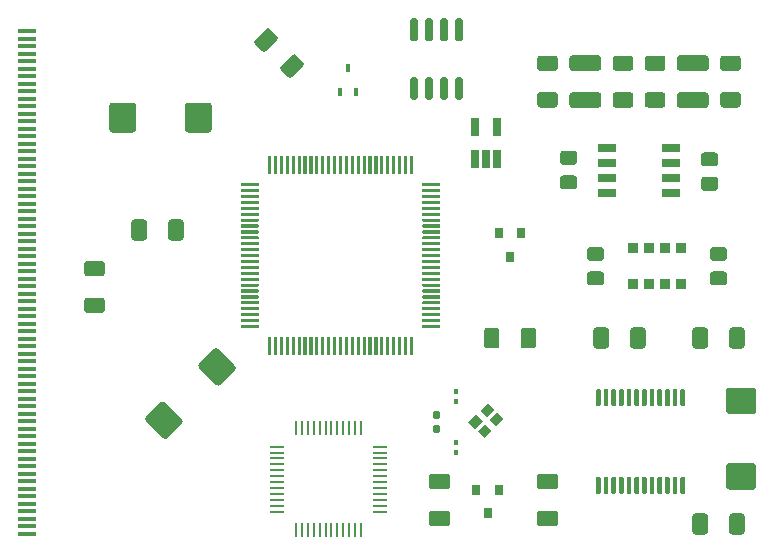
<source format=gbr>
G04 #@! TF.GenerationSoftware,KiCad,Pcbnew,(5.1.10)-1*
G04 #@! TF.CreationDate,2021-11-29T18:47:30+00:00*
G04 #@! TF.ProjectId,pc_card_sound_barker,70635f63-6172-4645-9f73-6f756e645f62,rev?*
G04 #@! TF.SameCoordinates,Original*
G04 #@! TF.FileFunction,Paste,Top*
G04 #@! TF.FilePolarity,Positive*
%FSLAX46Y46*%
G04 Gerber Fmt 4.6, Leading zero omitted, Abs format (unit mm)*
G04 Created by KiCad (PCBNEW (5.1.10)-1) date 2021-11-29 18:47:30*
%MOMM*%
%LPD*%
G01*
G04 APERTURE LIST*
%ADD10R,1.525000X0.700000*%
%ADD11R,0.900000X0.900000*%
%ADD12R,0.650000X1.560000*%
%ADD13R,0.800000X0.900000*%
%ADD14R,0.450000X0.700000*%
%ADD15C,0.100000*%
%ADD16R,1.300000X0.250000*%
%ADD17R,0.250000X1.300000*%
%ADD18R,1.498600X0.304800*%
G04 APERTURE END LIST*
G04 #@! TO.C,U1*
G36*
G01*
X124936900Y-71825000D02*
X124683100Y-71825000D01*
G75*
G02*
X124675000Y-71816900I0J8100D01*
G01*
X124675000Y-70313100D01*
G75*
G02*
X124683100Y-70305000I8100J0D01*
G01*
X124936900Y-70305000D01*
G75*
G02*
X124945000Y-70313100I0J-8100D01*
G01*
X124945000Y-71816900D01*
G75*
G02*
X124936900Y-71825000I-8100J0D01*
G01*
G37*
G36*
G01*
X125436900Y-71825000D02*
X125183100Y-71825000D01*
G75*
G02*
X125175000Y-71816900I0J8100D01*
G01*
X125175000Y-70313100D01*
G75*
G02*
X125183100Y-70305000I8100J0D01*
G01*
X125436900Y-70305000D01*
G75*
G02*
X125445000Y-70313100I0J-8100D01*
G01*
X125445000Y-71816900D01*
G75*
G02*
X125436900Y-71825000I-8100J0D01*
G01*
G37*
G36*
G01*
X125936900Y-71825000D02*
X125683100Y-71825000D01*
G75*
G02*
X125675000Y-71816900I0J8100D01*
G01*
X125675000Y-70313100D01*
G75*
G02*
X125683100Y-70305000I8100J0D01*
G01*
X125936900Y-70305000D01*
G75*
G02*
X125945000Y-70313100I0J-8100D01*
G01*
X125945000Y-71816900D01*
G75*
G02*
X125936900Y-71825000I-8100J0D01*
G01*
G37*
G36*
G01*
X126436900Y-71825000D02*
X126183100Y-71825000D01*
G75*
G02*
X126175000Y-71816900I0J8100D01*
G01*
X126175000Y-70313100D01*
G75*
G02*
X126183100Y-70305000I8100J0D01*
G01*
X126436900Y-70305000D01*
G75*
G02*
X126445000Y-70313100I0J-8100D01*
G01*
X126445000Y-71816900D01*
G75*
G02*
X126436900Y-71825000I-8100J0D01*
G01*
G37*
G36*
G01*
X126936900Y-71825000D02*
X126683100Y-71825000D01*
G75*
G02*
X126675000Y-71816900I0J8100D01*
G01*
X126675000Y-70313100D01*
G75*
G02*
X126683100Y-70305000I8100J0D01*
G01*
X126936900Y-70305000D01*
G75*
G02*
X126945000Y-70313100I0J-8100D01*
G01*
X126945000Y-71816900D01*
G75*
G02*
X126936900Y-71825000I-8100J0D01*
G01*
G37*
G36*
G01*
X127436900Y-71825000D02*
X127183100Y-71825000D01*
G75*
G02*
X127175000Y-71816900I0J8100D01*
G01*
X127175000Y-70313100D01*
G75*
G02*
X127183100Y-70305000I8100J0D01*
G01*
X127436900Y-70305000D01*
G75*
G02*
X127445000Y-70313100I0J-8100D01*
G01*
X127445000Y-71816900D01*
G75*
G02*
X127436900Y-71825000I-8100J0D01*
G01*
G37*
G36*
G01*
X127936900Y-71825000D02*
X127683100Y-71825000D01*
G75*
G02*
X127675000Y-71816900I0J8100D01*
G01*
X127675000Y-70313100D01*
G75*
G02*
X127683100Y-70305000I8100J0D01*
G01*
X127936900Y-70305000D01*
G75*
G02*
X127945000Y-70313100I0J-8100D01*
G01*
X127945000Y-71816900D01*
G75*
G02*
X127936900Y-71825000I-8100J0D01*
G01*
G37*
G36*
G01*
X128436900Y-71825000D02*
X128183100Y-71825000D01*
G75*
G02*
X128175000Y-71816900I0J8100D01*
G01*
X128175000Y-70313100D01*
G75*
G02*
X128183100Y-70305000I8100J0D01*
G01*
X128436900Y-70305000D01*
G75*
G02*
X128445000Y-70313100I0J-8100D01*
G01*
X128445000Y-71816900D01*
G75*
G02*
X128436900Y-71825000I-8100J0D01*
G01*
G37*
G36*
G01*
X128936900Y-71825000D02*
X128683100Y-71825000D01*
G75*
G02*
X128675000Y-71816900I0J8100D01*
G01*
X128675000Y-70313100D01*
G75*
G02*
X128683100Y-70305000I8100J0D01*
G01*
X128936900Y-70305000D01*
G75*
G02*
X128945000Y-70313100I0J-8100D01*
G01*
X128945000Y-71816900D01*
G75*
G02*
X128936900Y-71825000I-8100J0D01*
G01*
G37*
G36*
G01*
X129436900Y-71825000D02*
X129183100Y-71825000D01*
G75*
G02*
X129175000Y-71816900I0J8100D01*
G01*
X129175000Y-70313100D01*
G75*
G02*
X129183100Y-70305000I8100J0D01*
G01*
X129436900Y-70305000D01*
G75*
G02*
X129445000Y-70313100I0J-8100D01*
G01*
X129445000Y-71816900D01*
G75*
G02*
X129436900Y-71825000I-8100J0D01*
G01*
G37*
G36*
G01*
X129936900Y-71825000D02*
X129683100Y-71825000D01*
G75*
G02*
X129675000Y-71816900I0J8100D01*
G01*
X129675000Y-70313100D01*
G75*
G02*
X129683100Y-70305000I8100J0D01*
G01*
X129936900Y-70305000D01*
G75*
G02*
X129945000Y-70313100I0J-8100D01*
G01*
X129945000Y-71816900D01*
G75*
G02*
X129936900Y-71825000I-8100J0D01*
G01*
G37*
G36*
G01*
X130436900Y-71825000D02*
X130183100Y-71825000D01*
G75*
G02*
X130175000Y-71816900I0J8100D01*
G01*
X130175000Y-70313100D01*
G75*
G02*
X130183100Y-70305000I8100J0D01*
G01*
X130436900Y-70305000D01*
G75*
G02*
X130445000Y-70313100I0J-8100D01*
G01*
X130445000Y-71816900D01*
G75*
G02*
X130436900Y-71825000I-8100J0D01*
G01*
G37*
G36*
G01*
X130936900Y-71825000D02*
X130683100Y-71825000D01*
G75*
G02*
X130675000Y-71816900I0J8100D01*
G01*
X130675000Y-70313100D01*
G75*
G02*
X130683100Y-70305000I8100J0D01*
G01*
X130936900Y-70305000D01*
G75*
G02*
X130945000Y-70313100I0J-8100D01*
G01*
X130945000Y-71816900D01*
G75*
G02*
X130936900Y-71825000I-8100J0D01*
G01*
G37*
G36*
G01*
X131436900Y-71825000D02*
X131183100Y-71825000D01*
G75*
G02*
X131175000Y-71816900I0J8100D01*
G01*
X131175000Y-70313100D01*
G75*
G02*
X131183100Y-70305000I8100J0D01*
G01*
X131436900Y-70305000D01*
G75*
G02*
X131445000Y-70313100I0J-8100D01*
G01*
X131445000Y-71816900D01*
G75*
G02*
X131436900Y-71825000I-8100J0D01*
G01*
G37*
G36*
G01*
X131936900Y-71825000D02*
X131683100Y-71825000D01*
G75*
G02*
X131675000Y-71816900I0J8100D01*
G01*
X131675000Y-70313100D01*
G75*
G02*
X131683100Y-70305000I8100J0D01*
G01*
X131936900Y-70305000D01*
G75*
G02*
X131945000Y-70313100I0J-8100D01*
G01*
X131945000Y-71816900D01*
G75*
G02*
X131936900Y-71825000I-8100J0D01*
G01*
G37*
G36*
G01*
X132436900Y-71825000D02*
X132183100Y-71825000D01*
G75*
G02*
X132175000Y-71816900I0J8100D01*
G01*
X132175000Y-70313100D01*
G75*
G02*
X132183100Y-70305000I8100J0D01*
G01*
X132436900Y-70305000D01*
G75*
G02*
X132445000Y-70313100I0J-8100D01*
G01*
X132445000Y-71816900D01*
G75*
G02*
X132436900Y-71825000I-8100J0D01*
G01*
G37*
G36*
G01*
X132936900Y-71825000D02*
X132683100Y-71825000D01*
G75*
G02*
X132675000Y-71816900I0J8100D01*
G01*
X132675000Y-70313100D01*
G75*
G02*
X132683100Y-70305000I8100J0D01*
G01*
X132936900Y-70305000D01*
G75*
G02*
X132945000Y-70313100I0J-8100D01*
G01*
X132945000Y-71816900D01*
G75*
G02*
X132936900Y-71825000I-8100J0D01*
G01*
G37*
G36*
G01*
X133436900Y-71825000D02*
X133183100Y-71825000D01*
G75*
G02*
X133175000Y-71816900I0J8100D01*
G01*
X133175000Y-70313100D01*
G75*
G02*
X133183100Y-70305000I8100J0D01*
G01*
X133436900Y-70305000D01*
G75*
G02*
X133445000Y-70313100I0J-8100D01*
G01*
X133445000Y-71816900D01*
G75*
G02*
X133436900Y-71825000I-8100J0D01*
G01*
G37*
G36*
G01*
X133936900Y-71825000D02*
X133683100Y-71825000D01*
G75*
G02*
X133675000Y-71816900I0J8100D01*
G01*
X133675000Y-70313100D01*
G75*
G02*
X133683100Y-70305000I8100J0D01*
G01*
X133936900Y-70305000D01*
G75*
G02*
X133945000Y-70313100I0J-8100D01*
G01*
X133945000Y-71816900D01*
G75*
G02*
X133936900Y-71825000I-8100J0D01*
G01*
G37*
G36*
G01*
X134436900Y-71825000D02*
X134183100Y-71825000D01*
G75*
G02*
X134175000Y-71816900I0J8100D01*
G01*
X134175000Y-70313100D01*
G75*
G02*
X134183100Y-70305000I8100J0D01*
G01*
X134436900Y-70305000D01*
G75*
G02*
X134445000Y-70313100I0J-8100D01*
G01*
X134445000Y-71816900D01*
G75*
G02*
X134436900Y-71825000I-8100J0D01*
G01*
G37*
G36*
G01*
X134936900Y-71825000D02*
X134683100Y-71825000D01*
G75*
G02*
X134675000Y-71816900I0J8100D01*
G01*
X134675000Y-70313100D01*
G75*
G02*
X134683100Y-70305000I8100J0D01*
G01*
X134936900Y-70305000D01*
G75*
G02*
X134945000Y-70313100I0J-8100D01*
G01*
X134945000Y-71816900D01*
G75*
G02*
X134936900Y-71825000I-8100J0D01*
G01*
G37*
G36*
G01*
X135436900Y-71825000D02*
X135183100Y-71825000D01*
G75*
G02*
X135175000Y-71816900I0J8100D01*
G01*
X135175000Y-70313100D01*
G75*
G02*
X135183100Y-70305000I8100J0D01*
G01*
X135436900Y-70305000D01*
G75*
G02*
X135445000Y-70313100I0J-8100D01*
G01*
X135445000Y-71816900D01*
G75*
G02*
X135436900Y-71825000I-8100J0D01*
G01*
G37*
G36*
G01*
X135936900Y-71825000D02*
X135683100Y-71825000D01*
G75*
G02*
X135675000Y-71816900I0J8100D01*
G01*
X135675000Y-70313100D01*
G75*
G02*
X135683100Y-70305000I8100J0D01*
G01*
X135936900Y-70305000D01*
G75*
G02*
X135945000Y-70313100I0J-8100D01*
G01*
X135945000Y-71816900D01*
G75*
G02*
X135936900Y-71825000I-8100J0D01*
G01*
G37*
G36*
G01*
X136436900Y-71825000D02*
X136183100Y-71825000D01*
G75*
G02*
X136175000Y-71816900I0J8100D01*
G01*
X136175000Y-70313100D01*
G75*
G02*
X136183100Y-70305000I8100J0D01*
G01*
X136436900Y-70305000D01*
G75*
G02*
X136445000Y-70313100I0J-8100D01*
G01*
X136445000Y-71816900D01*
G75*
G02*
X136436900Y-71825000I-8100J0D01*
G01*
G37*
G36*
G01*
X136936900Y-71825000D02*
X136683100Y-71825000D01*
G75*
G02*
X136675000Y-71816900I0J8100D01*
G01*
X136675000Y-70313100D01*
G75*
G02*
X136683100Y-70305000I8100J0D01*
G01*
X136936900Y-70305000D01*
G75*
G02*
X136945000Y-70313100I0J-8100D01*
G01*
X136945000Y-71816900D01*
G75*
G02*
X136936900Y-71825000I-8100J0D01*
G01*
G37*
G36*
G01*
X136936900Y-87175000D02*
X136683100Y-87175000D01*
G75*
G02*
X136675000Y-87166900I0J8100D01*
G01*
X136675000Y-85663100D01*
G75*
G02*
X136683100Y-85655000I8100J0D01*
G01*
X136936900Y-85655000D01*
G75*
G02*
X136945000Y-85663100I0J-8100D01*
G01*
X136945000Y-87166900D01*
G75*
G02*
X136936900Y-87175000I-8100J0D01*
G01*
G37*
G36*
G01*
X136436900Y-87175000D02*
X136183100Y-87175000D01*
G75*
G02*
X136175000Y-87166900I0J8100D01*
G01*
X136175000Y-85663100D01*
G75*
G02*
X136183100Y-85655000I8100J0D01*
G01*
X136436900Y-85655000D01*
G75*
G02*
X136445000Y-85663100I0J-8100D01*
G01*
X136445000Y-87166900D01*
G75*
G02*
X136436900Y-87175000I-8100J0D01*
G01*
G37*
G36*
G01*
X135936900Y-87175000D02*
X135683100Y-87175000D01*
G75*
G02*
X135675000Y-87166900I0J8100D01*
G01*
X135675000Y-85663100D01*
G75*
G02*
X135683100Y-85655000I8100J0D01*
G01*
X135936900Y-85655000D01*
G75*
G02*
X135945000Y-85663100I0J-8100D01*
G01*
X135945000Y-87166900D01*
G75*
G02*
X135936900Y-87175000I-8100J0D01*
G01*
G37*
G36*
G01*
X135436900Y-87175000D02*
X135183100Y-87175000D01*
G75*
G02*
X135175000Y-87166900I0J8100D01*
G01*
X135175000Y-85663100D01*
G75*
G02*
X135183100Y-85655000I8100J0D01*
G01*
X135436900Y-85655000D01*
G75*
G02*
X135445000Y-85663100I0J-8100D01*
G01*
X135445000Y-87166900D01*
G75*
G02*
X135436900Y-87175000I-8100J0D01*
G01*
G37*
G36*
G01*
X134936900Y-87175000D02*
X134683100Y-87175000D01*
G75*
G02*
X134675000Y-87166900I0J8100D01*
G01*
X134675000Y-85663100D01*
G75*
G02*
X134683100Y-85655000I8100J0D01*
G01*
X134936900Y-85655000D01*
G75*
G02*
X134945000Y-85663100I0J-8100D01*
G01*
X134945000Y-87166900D01*
G75*
G02*
X134936900Y-87175000I-8100J0D01*
G01*
G37*
G36*
G01*
X134436900Y-87175000D02*
X134183100Y-87175000D01*
G75*
G02*
X134175000Y-87166900I0J8100D01*
G01*
X134175000Y-85663100D01*
G75*
G02*
X134183100Y-85655000I8100J0D01*
G01*
X134436900Y-85655000D01*
G75*
G02*
X134445000Y-85663100I0J-8100D01*
G01*
X134445000Y-87166900D01*
G75*
G02*
X134436900Y-87175000I-8100J0D01*
G01*
G37*
G36*
G01*
X133936900Y-87175000D02*
X133683100Y-87175000D01*
G75*
G02*
X133675000Y-87166900I0J8100D01*
G01*
X133675000Y-85663100D01*
G75*
G02*
X133683100Y-85655000I8100J0D01*
G01*
X133936900Y-85655000D01*
G75*
G02*
X133945000Y-85663100I0J-8100D01*
G01*
X133945000Y-87166900D01*
G75*
G02*
X133936900Y-87175000I-8100J0D01*
G01*
G37*
G36*
G01*
X133436900Y-87175000D02*
X133183100Y-87175000D01*
G75*
G02*
X133175000Y-87166900I0J8100D01*
G01*
X133175000Y-85663100D01*
G75*
G02*
X133183100Y-85655000I8100J0D01*
G01*
X133436900Y-85655000D01*
G75*
G02*
X133445000Y-85663100I0J-8100D01*
G01*
X133445000Y-87166900D01*
G75*
G02*
X133436900Y-87175000I-8100J0D01*
G01*
G37*
G36*
G01*
X132936900Y-87175000D02*
X132683100Y-87175000D01*
G75*
G02*
X132675000Y-87166900I0J8100D01*
G01*
X132675000Y-85663100D01*
G75*
G02*
X132683100Y-85655000I8100J0D01*
G01*
X132936900Y-85655000D01*
G75*
G02*
X132945000Y-85663100I0J-8100D01*
G01*
X132945000Y-87166900D01*
G75*
G02*
X132936900Y-87175000I-8100J0D01*
G01*
G37*
G36*
G01*
X132436900Y-87175000D02*
X132183100Y-87175000D01*
G75*
G02*
X132175000Y-87166900I0J8100D01*
G01*
X132175000Y-85663100D01*
G75*
G02*
X132183100Y-85655000I8100J0D01*
G01*
X132436900Y-85655000D01*
G75*
G02*
X132445000Y-85663100I0J-8100D01*
G01*
X132445000Y-87166900D01*
G75*
G02*
X132436900Y-87175000I-8100J0D01*
G01*
G37*
G36*
G01*
X131936900Y-87175000D02*
X131683100Y-87175000D01*
G75*
G02*
X131675000Y-87166900I0J8100D01*
G01*
X131675000Y-85663100D01*
G75*
G02*
X131683100Y-85655000I8100J0D01*
G01*
X131936900Y-85655000D01*
G75*
G02*
X131945000Y-85663100I0J-8100D01*
G01*
X131945000Y-87166900D01*
G75*
G02*
X131936900Y-87175000I-8100J0D01*
G01*
G37*
G36*
G01*
X131436900Y-87175000D02*
X131183100Y-87175000D01*
G75*
G02*
X131175000Y-87166900I0J8100D01*
G01*
X131175000Y-85663100D01*
G75*
G02*
X131183100Y-85655000I8100J0D01*
G01*
X131436900Y-85655000D01*
G75*
G02*
X131445000Y-85663100I0J-8100D01*
G01*
X131445000Y-87166900D01*
G75*
G02*
X131436900Y-87175000I-8100J0D01*
G01*
G37*
G36*
G01*
X130936900Y-87175000D02*
X130683100Y-87175000D01*
G75*
G02*
X130675000Y-87166900I0J8100D01*
G01*
X130675000Y-85663100D01*
G75*
G02*
X130683100Y-85655000I8100J0D01*
G01*
X130936900Y-85655000D01*
G75*
G02*
X130945000Y-85663100I0J-8100D01*
G01*
X130945000Y-87166900D01*
G75*
G02*
X130936900Y-87175000I-8100J0D01*
G01*
G37*
G36*
G01*
X130436900Y-87175000D02*
X130183100Y-87175000D01*
G75*
G02*
X130175000Y-87166900I0J8100D01*
G01*
X130175000Y-85663100D01*
G75*
G02*
X130183100Y-85655000I8100J0D01*
G01*
X130436900Y-85655000D01*
G75*
G02*
X130445000Y-85663100I0J-8100D01*
G01*
X130445000Y-87166900D01*
G75*
G02*
X130436900Y-87175000I-8100J0D01*
G01*
G37*
G36*
G01*
X129936900Y-87175000D02*
X129683100Y-87175000D01*
G75*
G02*
X129675000Y-87166900I0J8100D01*
G01*
X129675000Y-85663100D01*
G75*
G02*
X129683100Y-85655000I8100J0D01*
G01*
X129936900Y-85655000D01*
G75*
G02*
X129945000Y-85663100I0J-8100D01*
G01*
X129945000Y-87166900D01*
G75*
G02*
X129936900Y-87175000I-8100J0D01*
G01*
G37*
G36*
G01*
X129436900Y-87175000D02*
X129183100Y-87175000D01*
G75*
G02*
X129175000Y-87166900I0J8100D01*
G01*
X129175000Y-85663100D01*
G75*
G02*
X129183100Y-85655000I8100J0D01*
G01*
X129436900Y-85655000D01*
G75*
G02*
X129445000Y-85663100I0J-8100D01*
G01*
X129445000Y-87166900D01*
G75*
G02*
X129436900Y-87175000I-8100J0D01*
G01*
G37*
G36*
G01*
X128936900Y-87175000D02*
X128683100Y-87175000D01*
G75*
G02*
X128675000Y-87166900I0J8100D01*
G01*
X128675000Y-85663100D01*
G75*
G02*
X128683100Y-85655000I8100J0D01*
G01*
X128936900Y-85655000D01*
G75*
G02*
X128945000Y-85663100I0J-8100D01*
G01*
X128945000Y-87166900D01*
G75*
G02*
X128936900Y-87175000I-8100J0D01*
G01*
G37*
G36*
G01*
X128436900Y-87175000D02*
X128183100Y-87175000D01*
G75*
G02*
X128175000Y-87166900I0J8100D01*
G01*
X128175000Y-85663100D01*
G75*
G02*
X128183100Y-85655000I8100J0D01*
G01*
X128436900Y-85655000D01*
G75*
G02*
X128445000Y-85663100I0J-8100D01*
G01*
X128445000Y-87166900D01*
G75*
G02*
X128436900Y-87175000I-8100J0D01*
G01*
G37*
G36*
G01*
X127936900Y-87175000D02*
X127683100Y-87175000D01*
G75*
G02*
X127675000Y-87166900I0J8100D01*
G01*
X127675000Y-85663100D01*
G75*
G02*
X127683100Y-85655000I8100J0D01*
G01*
X127936900Y-85655000D01*
G75*
G02*
X127945000Y-85663100I0J-8100D01*
G01*
X127945000Y-87166900D01*
G75*
G02*
X127936900Y-87175000I-8100J0D01*
G01*
G37*
G36*
G01*
X127436900Y-87175000D02*
X127183100Y-87175000D01*
G75*
G02*
X127175000Y-87166900I0J8100D01*
G01*
X127175000Y-85663100D01*
G75*
G02*
X127183100Y-85655000I8100J0D01*
G01*
X127436900Y-85655000D01*
G75*
G02*
X127445000Y-85663100I0J-8100D01*
G01*
X127445000Y-87166900D01*
G75*
G02*
X127436900Y-87175000I-8100J0D01*
G01*
G37*
G36*
G01*
X126936900Y-87175000D02*
X126683100Y-87175000D01*
G75*
G02*
X126675000Y-87166900I0J8100D01*
G01*
X126675000Y-85663100D01*
G75*
G02*
X126683100Y-85655000I8100J0D01*
G01*
X126936900Y-85655000D01*
G75*
G02*
X126945000Y-85663100I0J-8100D01*
G01*
X126945000Y-87166900D01*
G75*
G02*
X126936900Y-87175000I-8100J0D01*
G01*
G37*
G36*
G01*
X126436900Y-87175000D02*
X126183100Y-87175000D01*
G75*
G02*
X126175000Y-87166900I0J8100D01*
G01*
X126175000Y-85663100D01*
G75*
G02*
X126183100Y-85655000I8100J0D01*
G01*
X126436900Y-85655000D01*
G75*
G02*
X126445000Y-85663100I0J-8100D01*
G01*
X126445000Y-87166900D01*
G75*
G02*
X126436900Y-87175000I-8100J0D01*
G01*
G37*
G36*
G01*
X125936900Y-87175000D02*
X125683100Y-87175000D01*
G75*
G02*
X125675000Y-87166900I0J8100D01*
G01*
X125675000Y-85663100D01*
G75*
G02*
X125683100Y-85655000I8100J0D01*
G01*
X125936900Y-85655000D01*
G75*
G02*
X125945000Y-85663100I0J-8100D01*
G01*
X125945000Y-87166900D01*
G75*
G02*
X125936900Y-87175000I-8100J0D01*
G01*
G37*
G36*
G01*
X125436900Y-87175000D02*
X125183100Y-87175000D01*
G75*
G02*
X125175000Y-87166900I0J8100D01*
G01*
X125175000Y-85663100D01*
G75*
G02*
X125183100Y-85655000I8100J0D01*
G01*
X125436900Y-85655000D01*
G75*
G02*
X125445000Y-85663100I0J-8100D01*
G01*
X125445000Y-87166900D01*
G75*
G02*
X125436900Y-87175000I-8100J0D01*
G01*
G37*
G36*
G01*
X124936900Y-87175000D02*
X124683100Y-87175000D01*
G75*
G02*
X124675000Y-87166900I0J8100D01*
G01*
X124675000Y-85663100D01*
G75*
G02*
X124683100Y-85655000I8100J0D01*
G01*
X124936900Y-85655000D01*
G75*
G02*
X124945000Y-85663100I0J-8100D01*
G01*
X124945000Y-87166900D01*
G75*
G02*
X124936900Y-87175000I-8100J0D01*
G01*
G37*
G36*
G01*
X123843700Y-84875000D02*
X122426300Y-84875000D01*
G75*
G02*
X122375000Y-84823700I0J51300D01*
G01*
X122375000Y-84656300D01*
G75*
G02*
X122426300Y-84605000I51300J0D01*
G01*
X123843700Y-84605000D01*
G75*
G02*
X123895000Y-84656300I0J-51300D01*
G01*
X123895000Y-84823700D01*
G75*
G02*
X123843700Y-84875000I-51300J0D01*
G01*
G37*
G36*
G01*
X123843700Y-84375000D02*
X122426300Y-84375000D01*
G75*
G02*
X122375000Y-84323700I0J51300D01*
G01*
X122375000Y-84156300D01*
G75*
G02*
X122426300Y-84105000I51300J0D01*
G01*
X123843700Y-84105000D01*
G75*
G02*
X123895000Y-84156300I0J-51300D01*
G01*
X123895000Y-84323700D01*
G75*
G02*
X123843700Y-84375000I-51300J0D01*
G01*
G37*
G36*
G01*
X123843700Y-83875000D02*
X122426300Y-83875000D01*
G75*
G02*
X122375000Y-83823700I0J51300D01*
G01*
X122375000Y-83656300D01*
G75*
G02*
X122426300Y-83605000I51300J0D01*
G01*
X123843700Y-83605000D01*
G75*
G02*
X123895000Y-83656300I0J-51300D01*
G01*
X123895000Y-83823700D01*
G75*
G02*
X123843700Y-83875000I-51300J0D01*
G01*
G37*
G36*
G01*
X123843700Y-83375000D02*
X122426300Y-83375000D01*
G75*
G02*
X122375000Y-83323700I0J51300D01*
G01*
X122375000Y-83156300D01*
G75*
G02*
X122426300Y-83105000I51300J0D01*
G01*
X123843700Y-83105000D01*
G75*
G02*
X123895000Y-83156300I0J-51300D01*
G01*
X123895000Y-83323700D01*
G75*
G02*
X123843700Y-83375000I-51300J0D01*
G01*
G37*
G36*
G01*
X123843700Y-82875000D02*
X122426300Y-82875000D01*
G75*
G02*
X122375000Y-82823700I0J51300D01*
G01*
X122375000Y-82656300D01*
G75*
G02*
X122426300Y-82605000I51300J0D01*
G01*
X123843700Y-82605000D01*
G75*
G02*
X123895000Y-82656300I0J-51300D01*
G01*
X123895000Y-82823700D01*
G75*
G02*
X123843700Y-82875000I-51300J0D01*
G01*
G37*
G36*
G01*
X123843700Y-82375000D02*
X122426300Y-82375000D01*
G75*
G02*
X122375000Y-82323700I0J51300D01*
G01*
X122375000Y-82156300D01*
G75*
G02*
X122426300Y-82105000I51300J0D01*
G01*
X123843700Y-82105000D01*
G75*
G02*
X123895000Y-82156300I0J-51300D01*
G01*
X123895000Y-82323700D01*
G75*
G02*
X123843700Y-82375000I-51300J0D01*
G01*
G37*
G36*
G01*
X123843700Y-81875000D02*
X122426300Y-81875000D01*
G75*
G02*
X122375000Y-81823700I0J51300D01*
G01*
X122375000Y-81656300D01*
G75*
G02*
X122426300Y-81605000I51300J0D01*
G01*
X123843700Y-81605000D01*
G75*
G02*
X123895000Y-81656300I0J-51300D01*
G01*
X123895000Y-81823700D01*
G75*
G02*
X123843700Y-81875000I-51300J0D01*
G01*
G37*
G36*
G01*
X123843700Y-81375000D02*
X122426300Y-81375000D01*
G75*
G02*
X122375000Y-81323700I0J51300D01*
G01*
X122375000Y-81156300D01*
G75*
G02*
X122426300Y-81105000I51300J0D01*
G01*
X123843700Y-81105000D01*
G75*
G02*
X123895000Y-81156300I0J-51300D01*
G01*
X123895000Y-81323700D01*
G75*
G02*
X123843700Y-81375000I-51300J0D01*
G01*
G37*
G36*
G01*
X123843700Y-80875000D02*
X122426300Y-80875000D01*
G75*
G02*
X122375000Y-80823700I0J51300D01*
G01*
X122375000Y-80656300D01*
G75*
G02*
X122426300Y-80605000I51300J0D01*
G01*
X123843700Y-80605000D01*
G75*
G02*
X123895000Y-80656300I0J-51300D01*
G01*
X123895000Y-80823700D01*
G75*
G02*
X123843700Y-80875000I-51300J0D01*
G01*
G37*
G36*
G01*
X123843700Y-80375000D02*
X122426300Y-80375000D01*
G75*
G02*
X122375000Y-80323700I0J51300D01*
G01*
X122375000Y-80156300D01*
G75*
G02*
X122426300Y-80105000I51300J0D01*
G01*
X123843700Y-80105000D01*
G75*
G02*
X123895000Y-80156300I0J-51300D01*
G01*
X123895000Y-80323700D01*
G75*
G02*
X123843700Y-80375000I-51300J0D01*
G01*
G37*
G36*
G01*
X123843700Y-79875000D02*
X122426300Y-79875000D01*
G75*
G02*
X122375000Y-79823700I0J51300D01*
G01*
X122375000Y-79656300D01*
G75*
G02*
X122426300Y-79605000I51300J0D01*
G01*
X123843700Y-79605000D01*
G75*
G02*
X123895000Y-79656300I0J-51300D01*
G01*
X123895000Y-79823700D01*
G75*
G02*
X123843700Y-79875000I-51300J0D01*
G01*
G37*
G36*
G01*
X123843700Y-79375000D02*
X122426300Y-79375000D01*
G75*
G02*
X122375000Y-79323700I0J51300D01*
G01*
X122375000Y-79156300D01*
G75*
G02*
X122426300Y-79105000I51300J0D01*
G01*
X123843700Y-79105000D01*
G75*
G02*
X123895000Y-79156300I0J-51300D01*
G01*
X123895000Y-79323700D01*
G75*
G02*
X123843700Y-79375000I-51300J0D01*
G01*
G37*
G36*
G01*
X123843700Y-78875000D02*
X122426300Y-78875000D01*
G75*
G02*
X122375000Y-78823700I0J51300D01*
G01*
X122375000Y-78656300D01*
G75*
G02*
X122426300Y-78605000I51300J0D01*
G01*
X123843700Y-78605000D01*
G75*
G02*
X123895000Y-78656300I0J-51300D01*
G01*
X123895000Y-78823700D01*
G75*
G02*
X123843700Y-78875000I-51300J0D01*
G01*
G37*
G36*
G01*
X123843700Y-78375000D02*
X122426300Y-78375000D01*
G75*
G02*
X122375000Y-78323700I0J51300D01*
G01*
X122375000Y-78156300D01*
G75*
G02*
X122426300Y-78105000I51300J0D01*
G01*
X123843700Y-78105000D01*
G75*
G02*
X123895000Y-78156300I0J-51300D01*
G01*
X123895000Y-78323700D01*
G75*
G02*
X123843700Y-78375000I-51300J0D01*
G01*
G37*
G36*
G01*
X123843700Y-77875000D02*
X122426300Y-77875000D01*
G75*
G02*
X122375000Y-77823700I0J51300D01*
G01*
X122375000Y-77656300D01*
G75*
G02*
X122426300Y-77605000I51300J0D01*
G01*
X123843700Y-77605000D01*
G75*
G02*
X123895000Y-77656300I0J-51300D01*
G01*
X123895000Y-77823700D01*
G75*
G02*
X123843700Y-77875000I-51300J0D01*
G01*
G37*
G36*
G01*
X123843700Y-77375000D02*
X122426300Y-77375000D01*
G75*
G02*
X122375000Y-77323700I0J51300D01*
G01*
X122375000Y-77156300D01*
G75*
G02*
X122426300Y-77105000I51300J0D01*
G01*
X123843700Y-77105000D01*
G75*
G02*
X123895000Y-77156300I0J-51300D01*
G01*
X123895000Y-77323700D01*
G75*
G02*
X123843700Y-77375000I-51300J0D01*
G01*
G37*
G36*
G01*
X123843700Y-76875000D02*
X122426300Y-76875000D01*
G75*
G02*
X122375000Y-76823700I0J51300D01*
G01*
X122375000Y-76656300D01*
G75*
G02*
X122426300Y-76605000I51300J0D01*
G01*
X123843700Y-76605000D01*
G75*
G02*
X123895000Y-76656300I0J-51300D01*
G01*
X123895000Y-76823700D01*
G75*
G02*
X123843700Y-76875000I-51300J0D01*
G01*
G37*
G36*
G01*
X123843700Y-76375000D02*
X122426300Y-76375000D01*
G75*
G02*
X122375000Y-76323700I0J51300D01*
G01*
X122375000Y-76156300D01*
G75*
G02*
X122426300Y-76105000I51300J0D01*
G01*
X123843700Y-76105000D01*
G75*
G02*
X123895000Y-76156300I0J-51300D01*
G01*
X123895000Y-76323700D01*
G75*
G02*
X123843700Y-76375000I-51300J0D01*
G01*
G37*
G36*
G01*
X123843700Y-75875000D02*
X122426300Y-75875000D01*
G75*
G02*
X122375000Y-75823700I0J51300D01*
G01*
X122375000Y-75656300D01*
G75*
G02*
X122426300Y-75605000I51300J0D01*
G01*
X123843700Y-75605000D01*
G75*
G02*
X123895000Y-75656300I0J-51300D01*
G01*
X123895000Y-75823700D01*
G75*
G02*
X123843700Y-75875000I-51300J0D01*
G01*
G37*
G36*
G01*
X123843700Y-75375000D02*
X122426300Y-75375000D01*
G75*
G02*
X122375000Y-75323700I0J51300D01*
G01*
X122375000Y-75156300D01*
G75*
G02*
X122426300Y-75105000I51300J0D01*
G01*
X123843700Y-75105000D01*
G75*
G02*
X123895000Y-75156300I0J-51300D01*
G01*
X123895000Y-75323700D01*
G75*
G02*
X123843700Y-75375000I-51300J0D01*
G01*
G37*
G36*
G01*
X123843700Y-74875000D02*
X122426300Y-74875000D01*
G75*
G02*
X122375000Y-74823700I0J51300D01*
G01*
X122375000Y-74656300D01*
G75*
G02*
X122426300Y-74605000I51300J0D01*
G01*
X123843700Y-74605000D01*
G75*
G02*
X123895000Y-74656300I0J-51300D01*
G01*
X123895000Y-74823700D01*
G75*
G02*
X123843700Y-74875000I-51300J0D01*
G01*
G37*
G36*
G01*
X123843700Y-74375000D02*
X122426300Y-74375000D01*
G75*
G02*
X122375000Y-74323700I0J51300D01*
G01*
X122375000Y-74156300D01*
G75*
G02*
X122426300Y-74105000I51300J0D01*
G01*
X123843700Y-74105000D01*
G75*
G02*
X123895000Y-74156300I0J-51300D01*
G01*
X123895000Y-74323700D01*
G75*
G02*
X123843700Y-74375000I-51300J0D01*
G01*
G37*
G36*
G01*
X123843700Y-73875000D02*
X122426300Y-73875000D01*
G75*
G02*
X122375000Y-73823700I0J51300D01*
G01*
X122375000Y-73656300D01*
G75*
G02*
X122426300Y-73605000I51300J0D01*
G01*
X123843700Y-73605000D01*
G75*
G02*
X123895000Y-73656300I0J-51300D01*
G01*
X123895000Y-73823700D01*
G75*
G02*
X123843700Y-73875000I-51300J0D01*
G01*
G37*
G36*
G01*
X123843700Y-73375000D02*
X122426300Y-73375000D01*
G75*
G02*
X122375000Y-73323700I0J51300D01*
G01*
X122375000Y-73156300D01*
G75*
G02*
X122426300Y-73105000I51300J0D01*
G01*
X123843700Y-73105000D01*
G75*
G02*
X123895000Y-73156300I0J-51300D01*
G01*
X123895000Y-73323700D01*
G75*
G02*
X123843700Y-73375000I-51300J0D01*
G01*
G37*
G36*
G01*
X123843700Y-72875000D02*
X122426300Y-72875000D01*
G75*
G02*
X122375000Y-72823700I0J51300D01*
G01*
X122375000Y-72656300D01*
G75*
G02*
X122426300Y-72605000I51300J0D01*
G01*
X123843700Y-72605000D01*
G75*
G02*
X123895000Y-72656300I0J-51300D01*
G01*
X123895000Y-72823700D01*
G75*
G02*
X123843700Y-72875000I-51300J0D01*
G01*
G37*
G36*
G01*
X139193700Y-72875000D02*
X137776300Y-72875000D01*
G75*
G02*
X137725000Y-72823700I0J51300D01*
G01*
X137725000Y-72656300D01*
G75*
G02*
X137776300Y-72605000I51300J0D01*
G01*
X139193700Y-72605000D01*
G75*
G02*
X139245000Y-72656300I0J-51300D01*
G01*
X139245000Y-72823700D01*
G75*
G02*
X139193700Y-72875000I-51300J0D01*
G01*
G37*
G36*
G01*
X139193700Y-73375000D02*
X137776300Y-73375000D01*
G75*
G02*
X137725000Y-73323700I0J51300D01*
G01*
X137725000Y-73156300D01*
G75*
G02*
X137776300Y-73105000I51300J0D01*
G01*
X139193700Y-73105000D01*
G75*
G02*
X139245000Y-73156300I0J-51300D01*
G01*
X139245000Y-73323700D01*
G75*
G02*
X139193700Y-73375000I-51300J0D01*
G01*
G37*
G36*
G01*
X139193700Y-73875000D02*
X137776300Y-73875000D01*
G75*
G02*
X137725000Y-73823700I0J51300D01*
G01*
X137725000Y-73656300D01*
G75*
G02*
X137776300Y-73605000I51300J0D01*
G01*
X139193700Y-73605000D01*
G75*
G02*
X139245000Y-73656300I0J-51300D01*
G01*
X139245000Y-73823700D01*
G75*
G02*
X139193700Y-73875000I-51300J0D01*
G01*
G37*
G36*
G01*
X139193700Y-74375000D02*
X137776300Y-74375000D01*
G75*
G02*
X137725000Y-74323700I0J51300D01*
G01*
X137725000Y-74156300D01*
G75*
G02*
X137776300Y-74105000I51300J0D01*
G01*
X139193700Y-74105000D01*
G75*
G02*
X139245000Y-74156300I0J-51300D01*
G01*
X139245000Y-74323700D01*
G75*
G02*
X139193700Y-74375000I-51300J0D01*
G01*
G37*
G36*
G01*
X139193700Y-74875000D02*
X137776300Y-74875000D01*
G75*
G02*
X137725000Y-74823700I0J51300D01*
G01*
X137725000Y-74656300D01*
G75*
G02*
X137776300Y-74605000I51300J0D01*
G01*
X139193700Y-74605000D01*
G75*
G02*
X139245000Y-74656300I0J-51300D01*
G01*
X139245000Y-74823700D01*
G75*
G02*
X139193700Y-74875000I-51300J0D01*
G01*
G37*
G36*
G01*
X139193700Y-75375000D02*
X137776300Y-75375000D01*
G75*
G02*
X137725000Y-75323700I0J51300D01*
G01*
X137725000Y-75156300D01*
G75*
G02*
X137776300Y-75105000I51300J0D01*
G01*
X139193700Y-75105000D01*
G75*
G02*
X139245000Y-75156300I0J-51300D01*
G01*
X139245000Y-75323700D01*
G75*
G02*
X139193700Y-75375000I-51300J0D01*
G01*
G37*
G36*
G01*
X139193700Y-75875000D02*
X137776300Y-75875000D01*
G75*
G02*
X137725000Y-75823700I0J51300D01*
G01*
X137725000Y-75656300D01*
G75*
G02*
X137776300Y-75605000I51300J0D01*
G01*
X139193700Y-75605000D01*
G75*
G02*
X139245000Y-75656300I0J-51300D01*
G01*
X139245000Y-75823700D01*
G75*
G02*
X139193700Y-75875000I-51300J0D01*
G01*
G37*
G36*
G01*
X139193700Y-76375000D02*
X137776300Y-76375000D01*
G75*
G02*
X137725000Y-76323700I0J51300D01*
G01*
X137725000Y-76156300D01*
G75*
G02*
X137776300Y-76105000I51300J0D01*
G01*
X139193700Y-76105000D01*
G75*
G02*
X139245000Y-76156300I0J-51300D01*
G01*
X139245000Y-76323700D01*
G75*
G02*
X139193700Y-76375000I-51300J0D01*
G01*
G37*
G36*
G01*
X139193700Y-76875000D02*
X137776300Y-76875000D01*
G75*
G02*
X137725000Y-76823700I0J51300D01*
G01*
X137725000Y-76656300D01*
G75*
G02*
X137776300Y-76605000I51300J0D01*
G01*
X139193700Y-76605000D01*
G75*
G02*
X139245000Y-76656300I0J-51300D01*
G01*
X139245000Y-76823700D01*
G75*
G02*
X139193700Y-76875000I-51300J0D01*
G01*
G37*
G36*
G01*
X139193700Y-77375000D02*
X137776300Y-77375000D01*
G75*
G02*
X137725000Y-77323700I0J51300D01*
G01*
X137725000Y-77156300D01*
G75*
G02*
X137776300Y-77105000I51300J0D01*
G01*
X139193700Y-77105000D01*
G75*
G02*
X139245000Y-77156300I0J-51300D01*
G01*
X139245000Y-77323700D01*
G75*
G02*
X139193700Y-77375000I-51300J0D01*
G01*
G37*
G36*
G01*
X139193700Y-77875000D02*
X137776300Y-77875000D01*
G75*
G02*
X137725000Y-77823700I0J51300D01*
G01*
X137725000Y-77656300D01*
G75*
G02*
X137776300Y-77605000I51300J0D01*
G01*
X139193700Y-77605000D01*
G75*
G02*
X139245000Y-77656300I0J-51300D01*
G01*
X139245000Y-77823700D01*
G75*
G02*
X139193700Y-77875000I-51300J0D01*
G01*
G37*
G36*
G01*
X139193700Y-78375000D02*
X137776300Y-78375000D01*
G75*
G02*
X137725000Y-78323700I0J51300D01*
G01*
X137725000Y-78156300D01*
G75*
G02*
X137776300Y-78105000I51300J0D01*
G01*
X139193700Y-78105000D01*
G75*
G02*
X139245000Y-78156300I0J-51300D01*
G01*
X139245000Y-78323700D01*
G75*
G02*
X139193700Y-78375000I-51300J0D01*
G01*
G37*
G36*
G01*
X139193700Y-78875000D02*
X137776300Y-78875000D01*
G75*
G02*
X137725000Y-78823700I0J51300D01*
G01*
X137725000Y-78656300D01*
G75*
G02*
X137776300Y-78605000I51300J0D01*
G01*
X139193700Y-78605000D01*
G75*
G02*
X139245000Y-78656300I0J-51300D01*
G01*
X139245000Y-78823700D01*
G75*
G02*
X139193700Y-78875000I-51300J0D01*
G01*
G37*
G36*
G01*
X139193700Y-79375000D02*
X137776300Y-79375000D01*
G75*
G02*
X137725000Y-79323700I0J51300D01*
G01*
X137725000Y-79156300D01*
G75*
G02*
X137776300Y-79105000I51300J0D01*
G01*
X139193700Y-79105000D01*
G75*
G02*
X139245000Y-79156300I0J-51300D01*
G01*
X139245000Y-79323700D01*
G75*
G02*
X139193700Y-79375000I-51300J0D01*
G01*
G37*
G36*
G01*
X139193700Y-79875000D02*
X137776300Y-79875000D01*
G75*
G02*
X137725000Y-79823700I0J51300D01*
G01*
X137725000Y-79656300D01*
G75*
G02*
X137776300Y-79605000I51300J0D01*
G01*
X139193700Y-79605000D01*
G75*
G02*
X139245000Y-79656300I0J-51300D01*
G01*
X139245000Y-79823700D01*
G75*
G02*
X139193700Y-79875000I-51300J0D01*
G01*
G37*
G36*
G01*
X139193700Y-80375000D02*
X137776300Y-80375000D01*
G75*
G02*
X137725000Y-80323700I0J51300D01*
G01*
X137725000Y-80156300D01*
G75*
G02*
X137776300Y-80105000I51300J0D01*
G01*
X139193700Y-80105000D01*
G75*
G02*
X139245000Y-80156300I0J-51300D01*
G01*
X139245000Y-80323700D01*
G75*
G02*
X139193700Y-80375000I-51300J0D01*
G01*
G37*
G36*
G01*
X139193700Y-80875000D02*
X137776300Y-80875000D01*
G75*
G02*
X137725000Y-80823700I0J51300D01*
G01*
X137725000Y-80656300D01*
G75*
G02*
X137776300Y-80605000I51300J0D01*
G01*
X139193700Y-80605000D01*
G75*
G02*
X139245000Y-80656300I0J-51300D01*
G01*
X139245000Y-80823700D01*
G75*
G02*
X139193700Y-80875000I-51300J0D01*
G01*
G37*
G36*
G01*
X139193700Y-81375000D02*
X137776300Y-81375000D01*
G75*
G02*
X137725000Y-81323700I0J51300D01*
G01*
X137725000Y-81156300D01*
G75*
G02*
X137776300Y-81105000I51300J0D01*
G01*
X139193700Y-81105000D01*
G75*
G02*
X139245000Y-81156300I0J-51300D01*
G01*
X139245000Y-81323700D01*
G75*
G02*
X139193700Y-81375000I-51300J0D01*
G01*
G37*
G36*
G01*
X139193700Y-81875000D02*
X137776300Y-81875000D01*
G75*
G02*
X137725000Y-81823700I0J51300D01*
G01*
X137725000Y-81656300D01*
G75*
G02*
X137776300Y-81605000I51300J0D01*
G01*
X139193700Y-81605000D01*
G75*
G02*
X139245000Y-81656300I0J-51300D01*
G01*
X139245000Y-81823700D01*
G75*
G02*
X139193700Y-81875000I-51300J0D01*
G01*
G37*
G36*
G01*
X139193700Y-82375000D02*
X137776300Y-82375000D01*
G75*
G02*
X137725000Y-82323700I0J51300D01*
G01*
X137725000Y-82156300D01*
G75*
G02*
X137776300Y-82105000I51300J0D01*
G01*
X139193700Y-82105000D01*
G75*
G02*
X139245000Y-82156300I0J-51300D01*
G01*
X139245000Y-82323700D01*
G75*
G02*
X139193700Y-82375000I-51300J0D01*
G01*
G37*
G36*
G01*
X139193700Y-82875000D02*
X137776300Y-82875000D01*
G75*
G02*
X137725000Y-82823700I0J51300D01*
G01*
X137725000Y-82656300D01*
G75*
G02*
X137776300Y-82605000I51300J0D01*
G01*
X139193700Y-82605000D01*
G75*
G02*
X139245000Y-82656300I0J-51300D01*
G01*
X139245000Y-82823700D01*
G75*
G02*
X139193700Y-82875000I-51300J0D01*
G01*
G37*
G36*
G01*
X139193700Y-83375000D02*
X137776300Y-83375000D01*
G75*
G02*
X137725000Y-83323700I0J51300D01*
G01*
X137725000Y-83156300D01*
G75*
G02*
X137776300Y-83105000I51300J0D01*
G01*
X139193700Y-83105000D01*
G75*
G02*
X139245000Y-83156300I0J-51300D01*
G01*
X139245000Y-83323700D01*
G75*
G02*
X139193700Y-83375000I-51300J0D01*
G01*
G37*
G36*
G01*
X139193700Y-83875000D02*
X137776300Y-83875000D01*
G75*
G02*
X137725000Y-83823700I0J51300D01*
G01*
X137725000Y-83656300D01*
G75*
G02*
X137776300Y-83605000I51300J0D01*
G01*
X139193700Y-83605000D01*
G75*
G02*
X139245000Y-83656300I0J-51300D01*
G01*
X139245000Y-83823700D01*
G75*
G02*
X139193700Y-83875000I-51300J0D01*
G01*
G37*
G36*
G01*
X139193700Y-84375000D02*
X137776300Y-84375000D01*
G75*
G02*
X137725000Y-84323700I0J51300D01*
G01*
X137725000Y-84156300D01*
G75*
G02*
X137776300Y-84105000I51300J0D01*
G01*
X139193700Y-84105000D01*
G75*
G02*
X139245000Y-84156300I0J-51300D01*
G01*
X139245000Y-84323700D01*
G75*
G02*
X139193700Y-84375000I-51300J0D01*
G01*
G37*
G36*
G01*
X139193700Y-84875000D02*
X137776300Y-84875000D01*
G75*
G02*
X137725000Y-84823700I0J51300D01*
G01*
X137725000Y-84656300D01*
G75*
G02*
X137776300Y-84605000I51300J0D01*
G01*
X139193700Y-84605000D01*
G75*
G02*
X139245000Y-84656300I0J-51300D01*
G01*
X139245000Y-84823700D01*
G75*
G02*
X139193700Y-84875000I-51300J0D01*
G01*
G37*
G04 #@! TD*
D10*
G04 #@! TO.C,IC4*
X153371000Y-73406000D03*
X153371000Y-72136000D03*
X153371000Y-70866000D03*
X153371000Y-69596000D03*
X158795000Y-69596000D03*
X158795000Y-70866000D03*
X158795000Y-72136000D03*
X158795000Y-73406000D03*
G04 #@! TD*
G04 #@! TO.C,C5*
G36*
G01*
X163714000Y-102123003D02*
X163714000Y-100822997D01*
G75*
G02*
X163963997Y-100573000I249997J0D01*
G01*
X164789003Y-100573000D01*
G75*
G02*
X165039000Y-100822997I0J-249997D01*
G01*
X165039000Y-102123003D01*
G75*
G02*
X164789003Y-102373000I-249997J0D01*
G01*
X163963997Y-102373000D01*
G75*
G02*
X163714000Y-102123003I0J249997D01*
G01*
G37*
G36*
G01*
X160589000Y-102123003D02*
X160589000Y-100822997D01*
G75*
G02*
X160838997Y-100573000I249997J0D01*
G01*
X161664003Y-100573000D01*
G75*
G02*
X161914000Y-100822997I0J-249997D01*
G01*
X161914000Y-102123003D01*
G75*
G02*
X161664003Y-102373000I-249997J0D01*
G01*
X160838997Y-102373000D01*
G75*
G02*
X160589000Y-102123003I0J249997D01*
G01*
G37*
G04 #@! TD*
D11*
G04 #@! TO.C,RN1*
X158267000Y-78129000D03*
X159607000Y-78129000D03*
X155607000Y-78129000D03*
X156947000Y-78129000D03*
X158267000Y-81129000D03*
X156947000Y-81129000D03*
X159607000Y-81129000D03*
X155607000Y-81129000D03*
G04 #@! TD*
D12*
G04 #@! TO.C,IC2*
X142179000Y-67865000D03*
X144079000Y-67865000D03*
X144079000Y-70565000D03*
X143129000Y-70565000D03*
X142179000Y-70565000D03*
G04 #@! TD*
G04 #@! TO.C,R11*
G36*
G01*
X144261000Y-85099999D02*
X144261000Y-86350001D01*
G75*
G02*
X144011001Y-86600000I-249999J0D01*
G01*
X143210999Y-86600000D01*
G75*
G02*
X142961000Y-86350001I0J249999D01*
G01*
X142961000Y-85099999D01*
G75*
G02*
X143210999Y-84850000I249999J0D01*
G01*
X144011001Y-84850000D01*
G75*
G02*
X144261000Y-85099999I0J-249999D01*
G01*
G37*
G36*
G01*
X147361000Y-85099999D02*
X147361000Y-86350001D01*
G75*
G02*
X147111001Y-86600000I-249999J0D01*
G01*
X146310999Y-86600000D01*
G75*
G02*
X146061000Y-86350001I0J249999D01*
G01*
X146061000Y-85099999D01*
G75*
G02*
X146310999Y-84850000I249999J0D01*
G01*
X147111001Y-84850000D01*
G75*
G02*
X147361000Y-85099999I0J-249999D01*
G01*
G37*
G04 #@! TD*
D13*
G04 #@! TO.C,IC3*
X143256000Y-100568000D03*
X142306000Y-98568000D03*
X144206000Y-98568000D03*
G04 #@! TD*
D14*
G04 #@! TO.C,Y1*
X131445000Y-62881000D03*
X132095000Y-64881000D03*
X130795000Y-64881000D03*
G04 #@! TD*
G04 #@! TO.C,C8*
G36*
G01*
X125779774Y-62691017D02*
X126699017Y-61771774D01*
G75*
G02*
X127052567Y-61771774I176775J-176775D01*
G01*
X127635934Y-62355141D01*
G75*
G02*
X127635934Y-62708691I-176775J-176775D01*
G01*
X126716691Y-63627934D01*
G75*
G02*
X126363141Y-63627934I-176775J176775D01*
G01*
X125779774Y-63044567D01*
G75*
G02*
X125779774Y-62691017I176775J176775D01*
G01*
G37*
G36*
G01*
X123570066Y-60481309D02*
X124489309Y-59562066D01*
G75*
G02*
X124842859Y-59562066I176775J-176775D01*
G01*
X125426226Y-60145433D01*
G75*
G02*
X125426226Y-60498983I-176775J-176775D01*
G01*
X124506983Y-61418226D01*
G75*
G02*
X124153433Y-61418226I-176775J176775D01*
G01*
X123570066Y-60834859D01*
G75*
G02*
X123570066Y-60481309I176775J176775D01*
G01*
G37*
G04 #@! TD*
G04 #@! TO.C,R10*
G36*
G01*
X139098000Y-92597000D02*
X138778000Y-92597000D01*
G75*
G02*
X138618000Y-92437000I0J160000D01*
G01*
X138618000Y-92042000D01*
G75*
G02*
X138778000Y-91882000I160000J0D01*
G01*
X139098000Y-91882000D01*
G75*
G02*
X139258000Y-92042000I0J-160000D01*
G01*
X139258000Y-92437000D01*
G75*
G02*
X139098000Y-92597000I-160000J0D01*
G01*
G37*
G36*
G01*
X139098000Y-93792000D02*
X138778000Y-93792000D01*
G75*
G02*
X138618000Y-93632000I0J160000D01*
G01*
X138618000Y-93237000D01*
G75*
G02*
X138778000Y-93077000I160000J0D01*
G01*
X139098000Y-93077000D01*
G75*
G02*
X139258000Y-93237000I0J-160000D01*
G01*
X139258000Y-93632000D01*
G75*
G02*
X139098000Y-93792000I-160000J0D01*
G01*
G37*
G04 #@! TD*
G04 #@! TO.C,C18*
G36*
G01*
X140679000Y-90474500D02*
X140499000Y-90474500D01*
G75*
G02*
X140409000Y-90384500I0J90000D01*
G01*
X140409000Y-90106500D01*
G75*
G02*
X140499000Y-90016500I90000J0D01*
G01*
X140679000Y-90016500D01*
G75*
G02*
X140769000Y-90106500I0J-90000D01*
G01*
X140769000Y-90384500D01*
G75*
G02*
X140679000Y-90474500I-90000J0D01*
G01*
G37*
G36*
G01*
X140679000Y-91339500D02*
X140499000Y-91339500D01*
G75*
G02*
X140409000Y-91249500I0J90000D01*
G01*
X140409000Y-90971500D01*
G75*
G02*
X140499000Y-90881500I90000J0D01*
G01*
X140679000Y-90881500D01*
G75*
G02*
X140769000Y-90971500I0J-90000D01*
G01*
X140769000Y-91249500D01*
G75*
G02*
X140679000Y-91339500I-90000J0D01*
G01*
G37*
G04 #@! TD*
G04 #@! TO.C,C17*
G36*
G01*
X140679000Y-94792500D02*
X140499000Y-94792500D01*
G75*
G02*
X140409000Y-94702500I0J90000D01*
G01*
X140409000Y-94424500D01*
G75*
G02*
X140499000Y-94334500I90000J0D01*
G01*
X140679000Y-94334500D01*
G75*
G02*
X140769000Y-94424500I0J-90000D01*
G01*
X140769000Y-94702500D01*
G75*
G02*
X140679000Y-94792500I-90000J0D01*
G01*
G37*
G36*
G01*
X140679000Y-95657500D02*
X140499000Y-95657500D01*
G75*
G02*
X140409000Y-95567500I0J90000D01*
G01*
X140409000Y-95289500D01*
G75*
G02*
X140499000Y-95199500I90000J0D01*
G01*
X140679000Y-95199500D01*
G75*
G02*
X140769000Y-95289500I0J-90000D01*
G01*
X140769000Y-95567500D01*
G75*
G02*
X140679000Y-95657500I-90000J0D01*
G01*
G37*
G04 #@! TD*
D15*
G04 #@! TO.C,Y2*
G36*
X142209762Y-93417107D02*
G01*
X141644076Y-92851421D01*
X142280472Y-92215025D01*
X142846158Y-92780711D01*
X142209762Y-93417107D01*
G37*
G36*
X143199711Y-92427158D02*
G01*
X142634025Y-91861472D01*
X143270421Y-91225076D01*
X143836107Y-91790762D01*
X143199711Y-92427158D01*
G37*
G36*
X143977528Y-93204975D02*
G01*
X143411842Y-92639289D01*
X144048238Y-92002893D01*
X144613924Y-92568579D01*
X143977528Y-93204975D01*
G37*
G36*
X142987579Y-94194924D02*
G01*
X142421893Y-93629238D01*
X143058289Y-92992842D01*
X143623975Y-93558528D01*
X142987579Y-94194924D01*
G37*
G04 #@! TD*
D13*
G04 #@! TO.C,IC1*
X145161000Y-78851000D03*
X144211000Y-76851000D03*
X146111000Y-76851000D03*
G04 #@! TD*
G04 #@! TO.C,R2*
G36*
G01*
X156815399Y-64908000D02*
X158065401Y-64908000D01*
G75*
G02*
X158315400Y-65157999I0J-249999D01*
G01*
X158315400Y-65958001D01*
G75*
G02*
X158065401Y-66208000I-249999J0D01*
G01*
X156815399Y-66208000D01*
G75*
G02*
X156565400Y-65958001I0J249999D01*
G01*
X156565400Y-65157999D01*
G75*
G02*
X156815399Y-64908000I249999J0D01*
G01*
G37*
G36*
G01*
X156815399Y-61808000D02*
X158065401Y-61808000D01*
G75*
G02*
X158315400Y-62057999I0J-249999D01*
G01*
X158315400Y-62858001D01*
G75*
G02*
X158065401Y-63108000I-249999J0D01*
G01*
X156815399Y-63108000D01*
G75*
G02*
X156565400Y-62858001I0J249999D01*
G01*
X156565400Y-62057999D01*
G75*
G02*
X156815399Y-61808000I249999J0D01*
G01*
G37*
G04 #@! TD*
G04 #@! TO.C,C10*
G36*
G01*
X159535197Y-64908000D02*
X161735203Y-64908000D01*
G75*
G02*
X161985200Y-65157997I0J-249997D01*
G01*
X161985200Y-65983003D01*
G75*
G02*
X161735203Y-66233000I-249997J0D01*
G01*
X159535197Y-66233000D01*
G75*
G02*
X159285200Y-65983003I0J249997D01*
G01*
X159285200Y-65157997D01*
G75*
G02*
X159535197Y-64908000I249997J0D01*
G01*
G37*
G36*
G01*
X159535197Y-61783000D02*
X161735203Y-61783000D01*
G75*
G02*
X161985200Y-62032997I0J-249997D01*
G01*
X161985200Y-62858003D01*
G75*
G02*
X161735203Y-63108000I-249997J0D01*
G01*
X159535197Y-63108000D01*
G75*
G02*
X159285200Y-62858003I0J249997D01*
G01*
X159285200Y-62032997D01*
G75*
G02*
X159535197Y-61783000I249997J0D01*
G01*
G37*
G04 #@! TD*
G04 #@! TO.C,R9*
G36*
G01*
X154100599Y-64908000D02*
X155350601Y-64908000D01*
G75*
G02*
X155600600Y-65157999I0J-249999D01*
G01*
X155600600Y-65958001D01*
G75*
G02*
X155350601Y-66208000I-249999J0D01*
G01*
X154100599Y-66208000D01*
G75*
G02*
X153850600Y-65958001I0J249999D01*
G01*
X153850600Y-65157999D01*
G75*
G02*
X154100599Y-64908000I249999J0D01*
G01*
G37*
G36*
G01*
X154100599Y-61808000D02*
X155350601Y-61808000D01*
G75*
G02*
X155600600Y-62057999I0J-249999D01*
G01*
X155600600Y-62858001D01*
G75*
G02*
X155350601Y-63108000I-249999J0D01*
G01*
X154100599Y-63108000D01*
G75*
G02*
X153850600Y-62858001I0J249999D01*
G01*
X153850600Y-62057999D01*
G75*
G02*
X154100599Y-61808000I249999J0D01*
G01*
G37*
G04 #@! TD*
G04 #@! TO.C,C14*
G36*
G01*
X150430797Y-64908000D02*
X152630803Y-64908000D01*
G75*
G02*
X152880800Y-65157997I0J-249997D01*
G01*
X152880800Y-65983003D01*
G75*
G02*
X152630803Y-66233000I-249997J0D01*
G01*
X150430797Y-66233000D01*
G75*
G02*
X150180800Y-65983003I0J249997D01*
G01*
X150180800Y-65157997D01*
G75*
G02*
X150430797Y-64908000I249997J0D01*
G01*
G37*
G36*
G01*
X150430797Y-61783000D02*
X152630803Y-61783000D01*
G75*
G02*
X152880800Y-62032997I0J-249997D01*
G01*
X152880800Y-62858003D01*
G75*
G02*
X152630803Y-63108000I-249997J0D01*
G01*
X150430797Y-63108000D01*
G75*
G02*
X150180800Y-62858003I0J249997D01*
G01*
X150180800Y-62032997D01*
G75*
G02*
X150430797Y-61783000I249997J0D01*
G01*
G37*
G04 #@! TD*
G04 #@! TO.C,R8*
G36*
G01*
X148961001Y-66208000D02*
X147710999Y-66208000D01*
G75*
G02*
X147461000Y-65958001I0J249999D01*
G01*
X147461000Y-65157999D01*
G75*
G02*
X147710999Y-64908000I249999J0D01*
G01*
X148961001Y-64908000D01*
G75*
G02*
X149211000Y-65157999I0J-249999D01*
G01*
X149211000Y-65958001D01*
G75*
G02*
X148961001Y-66208000I-249999J0D01*
G01*
G37*
G36*
G01*
X148961001Y-63108000D02*
X147710999Y-63108000D01*
G75*
G02*
X147461000Y-62858001I0J249999D01*
G01*
X147461000Y-62057999D01*
G75*
G02*
X147710999Y-61808000I249999J0D01*
G01*
X148961001Y-61808000D01*
G75*
G02*
X149211000Y-62057999I0J-249999D01*
G01*
X149211000Y-62858001D01*
G75*
G02*
X148961001Y-63108000I-249999J0D01*
G01*
G37*
G04 #@! TD*
G04 #@! TO.C,R4*
G36*
G01*
X163204999Y-64908000D02*
X164455001Y-64908000D01*
G75*
G02*
X164705000Y-65157999I0J-249999D01*
G01*
X164705000Y-65958001D01*
G75*
G02*
X164455001Y-66208000I-249999J0D01*
G01*
X163204999Y-66208000D01*
G75*
G02*
X162955000Y-65958001I0J249999D01*
G01*
X162955000Y-65157999D01*
G75*
G02*
X163204999Y-64908000I249999J0D01*
G01*
G37*
G36*
G01*
X163204999Y-61808000D02*
X164455001Y-61808000D01*
G75*
G02*
X164705000Y-62057999I0J-249999D01*
G01*
X164705000Y-62858001D01*
G75*
G02*
X164455001Y-63108000I-249999J0D01*
G01*
X163204999Y-63108000D01*
G75*
G02*
X162955000Y-62858001I0J249999D01*
G01*
X162955000Y-62057999D01*
G75*
G02*
X163204999Y-61808000I249999J0D01*
G01*
G37*
G04 #@! TD*
G04 #@! TO.C,C16*
G36*
G01*
X148986003Y-98541000D02*
X147685997Y-98541000D01*
G75*
G02*
X147436000Y-98291003I0J249997D01*
G01*
X147436000Y-97465997D01*
G75*
G02*
X147685997Y-97216000I249997J0D01*
G01*
X148986003Y-97216000D01*
G75*
G02*
X149236000Y-97465997I0J-249997D01*
G01*
X149236000Y-98291003D01*
G75*
G02*
X148986003Y-98541000I-249997J0D01*
G01*
G37*
G36*
G01*
X148986003Y-101666000D02*
X147685997Y-101666000D01*
G75*
G02*
X147436000Y-101416003I0J249997D01*
G01*
X147436000Y-100590997D01*
G75*
G02*
X147685997Y-100341000I249997J0D01*
G01*
X148986003Y-100341000D01*
G75*
G02*
X149236000Y-100590997I0J-249997D01*
G01*
X149236000Y-101416003D01*
G75*
G02*
X148986003Y-101666000I-249997J0D01*
G01*
G37*
G04 #@! TD*
G04 #@! TO.C,C15*
G36*
G01*
X138541997Y-100341000D02*
X139842003Y-100341000D01*
G75*
G02*
X140092000Y-100590997I0J-249997D01*
G01*
X140092000Y-101416003D01*
G75*
G02*
X139842003Y-101666000I-249997J0D01*
G01*
X138541997Y-101666000D01*
G75*
G02*
X138292000Y-101416003I0J249997D01*
G01*
X138292000Y-100590997D01*
G75*
G02*
X138541997Y-100341000I249997J0D01*
G01*
G37*
G36*
G01*
X138541997Y-97216000D02*
X139842003Y-97216000D01*
G75*
G02*
X140092000Y-97465997I0J-249997D01*
G01*
X140092000Y-98291003D01*
G75*
G02*
X139842003Y-98541000I-249997J0D01*
G01*
X138541997Y-98541000D01*
G75*
G02*
X138292000Y-98291003I0J249997D01*
G01*
X138292000Y-97465997D01*
G75*
G02*
X138541997Y-97216000I249997J0D01*
G01*
G37*
G04 #@! TD*
G04 #@! TO.C,C13*
G36*
G01*
X151925000Y-80084000D02*
X152875000Y-80084000D01*
G75*
G02*
X153125000Y-80334000I0J-250000D01*
G01*
X153125000Y-81009000D01*
G75*
G02*
X152875000Y-81259000I-250000J0D01*
G01*
X151925000Y-81259000D01*
G75*
G02*
X151675000Y-81009000I0J250000D01*
G01*
X151675000Y-80334000D01*
G75*
G02*
X151925000Y-80084000I250000J0D01*
G01*
G37*
G36*
G01*
X151925000Y-78009000D02*
X152875000Y-78009000D01*
G75*
G02*
X153125000Y-78259000I0J-250000D01*
G01*
X153125000Y-78934000D01*
G75*
G02*
X152875000Y-79184000I-250000J0D01*
G01*
X151925000Y-79184000D01*
G75*
G02*
X151675000Y-78934000I0J250000D01*
G01*
X151675000Y-78259000D01*
G75*
G02*
X151925000Y-78009000I250000J0D01*
G01*
G37*
G04 #@! TD*
G04 #@! TO.C,C12*
G36*
G01*
X161577000Y-72078000D02*
X162527000Y-72078000D01*
G75*
G02*
X162777000Y-72328000I0J-250000D01*
G01*
X162777000Y-73003000D01*
G75*
G02*
X162527000Y-73253000I-250000J0D01*
G01*
X161577000Y-73253000D01*
G75*
G02*
X161327000Y-73003000I0J250000D01*
G01*
X161327000Y-72328000D01*
G75*
G02*
X161577000Y-72078000I250000J0D01*
G01*
G37*
G36*
G01*
X161577000Y-70003000D02*
X162527000Y-70003000D01*
G75*
G02*
X162777000Y-70253000I0J-250000D01*
G01*
X162777000Y-70928000D01*
G75*
G02*
X162527000Y-71178000I-250000J0D01*
G01*
X161577000Y-71178000D01*
G75*
G02*
X161327000Y-70928000I0J250000D01*
G01*
X161327000Y-70253000D01*
G75*
G02*
X161577000Y-70003000I250000J0D01*
G01*
G37*
G04 #@! TD*
G04 #@! TO.C,C11*
G36*
G01*
X162339000Y-80084000D02*
X163289000Y-80084000D01*
G75*
G02*
X163539000Y-80334000I0J-250000D01*
G01*
X163539000Y-81009000D01*
G75*
G02*
X163289000Y-81259000I-250000J0D01*
G01*
X162339000Y-81259000D01*
G75*
G02*
X162089000Y-81009000I0J250000D01*
G01*
X162089000Y-80334000D01*
G75*
G02*
X162339000Y-80084000I250000J0D01*
G01*
G37*
G36*
G01*
X162339000Y-78009000D02*
X163289000Y-78009000D01*
G75*
G02*
X163539000Y-78259000I0J-250000D01*
G01*
X163539000Y-78934000D01*
G75*
G02*
X163289000Y-79184000I-250000J0D01*
G01*
X162339000Y-79184000D01*
G75*
G02*
X162089000Y-78934000I0J250000D01*
G01*
X162089000Y-78259000D01*
G75*
G02*
X162339000Y-78009000I250000J0D01*
G01*
G37*
G04 #@! TD*
G04 #@! TO.C,C9*
G36*
G01*
X150589000Y-71051000D02*
X149639000Y-71051000D01*
G75*
G02*
X149389000Y-70801000I0J250000D01*
G01*
X149389000Y-70126000D01*
G75*
G02*
X149639000Y-69876000I250000J0D01*
G01*
X150589000Y-69876000D01*
G75*
G02*
X150839000Y-70126000I0J-250000D01*
G01*
X150839000Y-70801000D01*
G75*
G02*
X150589000Y-71051000I-250000J0D01*
G01*
G37*
G36*
G01*
X150589000Y-73126000D02*
X149639000Y-73126000D01*
G75*
G02*
X149389000Y-72876000I0J250000D01*
G01*
X149389000Y-72201000D01*
G75*
G02*
X149639000Y-71951000I250000J0D01*
G01*
X150589000Y-71951000D01*
G75*
G02*
X150839000Y-72201000I0J-250000D01*
G01*
X150839000Y-72876000D01*
G75*
G02*
X150589000Y-73126000I-250000J0D01*
G01*
G37*
G04 #@! TD*
G04 #@! TO.C,C6*
G36*
G01*
X153532000Y-85074997D02*
X153532000Y-86375003D01*
G75*
G02*
X153282003Y-86625000I-249997J0D01*
G01*
X152456997Y-86625000D01*
G75*
G02*
X152207000Y-86375003I0J249997D01*
G01*
X152207000Y-85074997D01*
G75*
G02*
X152456997Y-84825000I249997J0D01*
G01*
X153282003Y-84825000D01*
G75*
G02*
X153532000Y-85074997I0J-249997D01*
G01*
G37*
G36*
G01*
X156657000Y-85074997D02*
X156657000Y-86375003D01*
G75*
G02*
X156407003Y-86625000I-249997J0D01*
G01*
X155581997Y-86625000D01*
G75*
G02*
X155332000Y-86375003I0J249997D01*
G01*
X155332000Y-85074997D01*
G75*
G02*
X155581997Y-84825000I249997J0D01*
G01*
X156407003Y-84825000D01*
G75*
G02*
X156657000Y-85074997I0J-249997D01*
G01*
G37*
G04 #@! TD*
G04 #@! TO.C,C3*
G36*
G01*
X116216000Y-77231003D02*
X116216000Y-75930997D01*
G75*
G02*
X116465997Y-75681000I249997J0D01*
G01*
X117291003Y-75681000D01*
G75*
G02*
X117541000Y-75930997I0J-249997D01*
G01*
X117541000Y-77231003D01*
G75*
G02*
X117291003Y-77481000I-249997J0D01*
G01*
X116465997Y-77481000D01*
G75*
G02*
X116216000Y-77231003I0J249997D01*
G01*
G37*
G36*
G01*
X113091000Y-77231003D02*
X113091000Y-75930997D01*
G75*
G02*
X113340997Y-75681000I249997J0D01*
G01*
X114166003Y-75681000D01*
G75*
G02*
X114416000Y-75930997I0J-249997D01*
G01*
X114416000Y-77231003D01*
G75*
G02*
X114166003Y-77481000I-249997J0D01*
G01*
X113340997Y-77481000D01*
G75*
G02*
X113091000Y-77231003I0J249997D01*
G01*
G37*
G04 #@! TD*
G04 #@! TO.C,C2*
G36*
G01*
X161914000Y-85074997D02*
X161914000Y-86375003D01*
G75*
G02*
X161664003Y-86625000I-249997J0D01*
G01*
X160838997Y-86625000D01*
G75*
G02*
X160589000Y-86375003I0J249997D01*
G01*
X160589000Y-85074997D01*
G75*
G02*
X160838997Y-84825000I249997J0D01*
G01*
X161664003Y-84825000D01*
G75*
G02*
X161914000Y-85074997I0J-249997D01*
G01*
G37*
G36*
G01*
X165039000Y-85074997D02*
X165039000Y-86375003D01*
G75*
G02*
X164789003Y-86625000I-249997J0D01*
G01*
X163963997Y-86625000D01*
G75*
G02*
X163714000Y-86375003I0J249997D01*
G01*
X163714000Y-85074997D01*
G75*
G02*
X163963997Y-84825000I249997J0D01*
G01*
X164789003Y-84825000D01*
G75*
G02*
X165039000Y-85074997I0J-249997D01*
G01*
G37*
G04 #@! TD*
G04 #@! TO.C,C4*
G36*
G01*
X163693999Y-96309000D02*
X165744001Y-96309000D01*
G75*
G02*
X165994000Y-96558999I0J-249999D01*
G01*
X165994000Y-98309001D01*
G75*
G02*
X165744001Y-98559000I-249999J0D01*
G01*
X163693999Y-98559000D01*
G75*
G02*
X163444000Y-98309001I0J249999D01*
G01*
X163444000Y-96558999D01*
G75*
G02*
X163693999Y-96309000I249999J0D01*
G01*
G37*
G36*
G01*
X163693999Y-89909000D02*
X165744001Y-89909000D01*
G75*
G02*
X165994000Y-90158999I0J-249999D01*
G01*
X165994000Y-91909001D01*
G75*
G02*
X165744001Y-92159000I-249999J0D01*
G01*
X163693999Y-92159000D01*
G75*
G02*
X163444000Y-91909001I0J249999D01*
G01*
X163444000Y-90158999D01*
G75*
G02*
X163693999Y-89909000I249999J0D01*
G01*
G37*
G04 #@! TD*
G04 #@! TO.C,R1*
G36*
G01*
X109356999Y-82307000D02*
X110607001Y-82307000D01*
G75*
G02*
X110857000Y-82556999I0J-249999D01*
G01*
X110857000Y-83357001D01*
G75*
G02*
X110607001Y-83607000I-249999J0D01*
G01*
X109356999Y-83607000D01*
G75*
G02*
X109107000Y-83357001I0J249999D01*
G01*
X109107000Y-82556999D01*
G75*
G02*
X109356999Y-82307000I249999J0D01*
G01*
G37*
G36*
G01*
X109356999Y-79207000D02*
X110607001Y-79207000D01*
G75*
G02*
X110857000Y-79456999I0J-249999D01*
G01*
X110857000Y-80257001D01*
G75*
G02*
X110607001Y-80507000I-249999J0D01*
G01*
X109356999Y-80507000D01*
G75*
G02*
X109107000Y-80257001I0J249999D01*
G01*
X109107000Y-79456999D01*
G75*
G02*
X109356999Y-79207000I249999J0D01*
G01*
G37*
G04 #@! TD*
G04 #@! TO.C,C7*
G36*
G01*
X120302032Y-89681538D02*
X118852462Y-88231968D01*
G75*
G02*
X118852462Y-87878416I176776J176776D01*
G01*
X120089900Y-86640978D01*
G75*
G02*
X120443452Y-86640978I176776J-176776D01*
G01*
X121893022Y-88090548D01*
G75*
G02*
X121893022Y-88444100I-176776J-176776D01*
G01*
X120655584Y-89681538D01*
G75*
G02*
X120302032Y-89681538I-176776J176776D01*
G01*
G37*
G36*
G01*
X115776548Y-94207022D02*
X114326978Y-92757452D01*
G75*
G02*
X114326978Y-92403900I176776J176776D01*
G01*
X115564416Y-91166462D01*
G75*
G02*
X115917968Y-91166462I176776J-176776D01*
G01*
X117367538Y-92616032D01*
G75*
G02*
X117367538Y-92969584I-176776J-176776D01*
G01*
X116130100Y-94207022D01*
G75*
G02*
X115776548Y-94207022I-176776J176776D01*
G01*
G37*
G04 #@! TD*
G04 #@! TO.C,C1*
G36*
G01*
X113495000Y-66030999D02*
X113495000Y-68081001D01*
G75*
G02*
X113245001Y-68331000I-249999J0D01*
G01*
X111494999Y-68331000D01*
G75*
G02*
X111245000Y-68081001I0J249999D01*
G01*
X111245000Y-66030999D01*
G75*
G02*
X111494999Y-65781000I249999J0D01*
G01*
X113245001Y-65781000D01*
G75*
G02*
X113495000Y-66030999I0J-249999D01*
G01*
G37*
G36*
G01*
X119895000Y-66030999D02*
X119895000Y-68081001D01*
G75*
G02*
X119645001Y-68331000I-249999J0D01*
G01*
X117894999Y-68331000D01*
G75*
G02*
X117645000Y-68081001I0J249999D01*
G01*
X117645000Y-66030999D01*
G75*
G02*
X117894999Y-65781000I249999J0D01*
G01*
X119645001Y-65781000D01*
G75*
G02*
X119895000Y-66030999I0J-249999D01*
G01*
G37*
G04 #@! TD*
G04 #@! TO.C,U4*
G36*
G01*
X152735000Y-91513000D02*
X152535000Y-91513000D01*
G75*
G02*
X152435000Y-91413000I0J100000D01*
G01*
X152435000Y-90138000D01*
G75*
G02*
X152535000Y-90038000I100000J0D01*
G01*
X152735000Y-90038000D01*
G75*
G02*
X152835000Y-90138000I0J-100000D01*
G01*
X152835000Y-91413000D01*
G75*
G02*
X152735000Y-91513000I-100000J0D01*
G01*
G37*
G36*
G01*
X153385000Y-91513000D02*
X153185000Y-91513000D01*
G75*
G02*
X153085000Y-91413000I0J100000D01*
G01*
X153085000Y-90138000D01*
G75*
G02*
X153185000Y-90038000I100000J0D01*
G01*
X153385000Y-90038000D01*
G75*
G02*
X153485000Y-90138000I0J-100000D01*
G01*
X153485000Y-91413000D01*
G75*
G02*
X153385000Y-91513000I-100000J0D01*
G01*
G37*
G36*
G01*
X154035000Y-91513000D02*
X153835000Y-91513000D01*
G75*
G02*
X153735000Y-91413000I0J100000D01*
G01*
X153735000Y-90138000D01*
G75*
G02*
X153835000Y-90038000I100000J0D01*
G01*
X154035000Y-90038000D01*
G75*
G02*
X154135000Y-90138000I0J-100000D01*
G01*
X154135000Y-91413000D01*
G75*
G02*
X154035000Y-91513000I-100000J0D01*
G01*
G37*
G36*
G01*
X154685000Y-91513000D02*
X154485000Y-91513000D01*
G75*
G02*
X154385000Y-91413000I0J100000D01*
G01*
X154385000Y-90138000D01*
G75*
G02*
X154485000Y-90038000I100000J0D01*
G01*
X154685000Y-90038000D01*
G75*
G02*
X154785000Y-90138000I0J-100000D01*
G01*
X154785000Y-91413000D01*
G75*
G02*
X154685000Y-91513000I-100000J0D01*
G01*
G37*
G36*
G01*
X155335000Y-91513000D02*
X155135000Y-91513000D01*
G75*
G02*
X155035000Y-91413000I0J100000D01*
G01*
X155035000Y-90138000D01*
G75*
G02*
X155135000Y-90038000I100000J0D01*
G01*
X155335000Y-90038000D01*
G75*
G02*
X155435000Y-90138000I0J-100000D01*
G01*
X155435000Y-91413000D01*
G75*
G02*
X155335000Y-91513000I-100000J0D01*
G01*
G37*
G36*
G01*
X155985000Y-91513000D02*
X155785000Y-91513000D01*
G75*
G02*
X155685000Y-91413000I0J100000D01*
G01*
X155685000Y-90138000D01*
G75*
G02*
X155785000Y-90038000I100000J0D01*
G01*
X155985000Y-90038000D01*
G75*
G02*
X156085000Y-90138000I0J-100000D01*
G01*
X156085000Y-91413000D01*
G75*
G02*
X155985000Y-91513000I-100000J0D01*
G01*
G37*
G36*
G01*
X156635000Y-91513000D02*
X156435000Y-91513000D01*
G75*
G02*
X156335000Y-91413000I0J100000D01*
G01*
X156335000Y-90138000D01*
G75*
G02*
X156435000Y-90038000I100000J0D01*
G01*
X156635000Y-90038000D01*
G75*
G02*
X156735000Y-90138000I0J-100000D01*
G01*
X156735000Y-91413000D01*
G75*
G02*
X156635000Y-91513000I-100000J0D01*
G01*
G37*
G36*
G01*
X157285000Y-91513000D02*
X157085000Y-91513000D01*
G75*
G02*
X156985000Y-91413000I0J100000D01*
G01*
X156985000Y-90138000D01*
G75*
G02*
X157085000Y-90038000I100000J0D01*
G01*
X157285000Y-90038000D01*
G75*
G02*
X157385000Y-90138000I0J-100000D01*
G01*
X157385000Y-91413000D01*
G75*
G02*
X157285000Y-91513000I-100000J0D01*
G01*
G37*
G36*
G01*
X157935000Y-91513000D02*
X157735000Y-91513000D01*
G75*
G02*
X157635000Y-91413000I0J100000D01*
G01*
X157635000Y-90138000D01*
G75*
G02*
X157735000Y-90038000I100000J0D01*
G01*
X157935000Y-90038000D01*
G75*
G02*
X158035000Y-90138000I0J-100000D01*
G01*
X158035000Y-91413000D01*
G75*
G02*
X157935000Y-91513000I-100000J0D01*
G01*
G37*
G36*
G01*
X158585000Y-91513000D02*
X158385000Y-91513000D01*
G75*
G02*
X158285000Y-91413000I0J100000D01*
G01*
X158285000Y-90138000D01*
G75*
G02*
X158385000Y-90038000I100000J0D01*
G01*
X158585000Y-90038000D01*
G75*
G02*
X158685000Y-90138000I0J-100000D01*
G01*
X158685000Y-91413000D01*
G75*
G02*
X158585000Y-91513000I-100000J0D01*
G01*
G37*
G36*
G01*
X159235000Y-91513000D02*
X159035000Y-91513000D01*
G75*
G02*
X158935000Y-91413000I0J100000D01*
G01*
X158935000Y-90138000D01*
G75*
G02*
X159035000Y-90038000I100000J0D01*
G01*
X159235000Y-90038000D01*
G75*
G02*
X159335000Y-90138000I0J-100000D01*
G01*
X159335000Y-91413000D01*
G75*
G02*
X159235000Y-91513000I-100000J0D01*
G01*
G37*
G36*
G01*
X159885000Y-91513000D02*
X159685000Y-91513000D01*
G75*
G02*
X159585000Y-91413000I0J100000D01*
G01*
X159585000Y-90138000D01*
G75*
G02*
X159685000Y-90038000I100000J0D01*
G01*
X159885000Y-90038000D01*
G75*
G02*
X159985000Y-90138000I0J-100000D01*
G01*
X159985000Y-91413000D01*
G75*
G02*
X159885000Y-91513000I-100000J0D01*
G01*
G37*
G36*
G01*
X159885000Y-98938000D02*
X159685000Y-98938000D01*
G75*
G02*
X159585000Y-98838000I0J100000D01*
G01*
X159585000Y-97563000D01*
G75*
G02*
X159685000Y-97463000I100000J0D01*
G01*
X159885000Y-97463000D01*
G75*
G02*
X159985000Y-97563000I0J-100000D01*
G01*
X159985000Y-98838000D01*
G75*
G02*
X159885000Y-98938000I-100000J0D01*
G01*
G37*
G36*
G01*
X159235000Y-98938000D02*
X159035000Y-98938000D01*
G75*
G02*
X158935000Y-98838000I0J100000D01*
G01*
X158935000Y-97563000D01*
G75*
G02*
X159035000Y-97463000I100000J0D01*
G01*
X159235000Y-97463000D01*
G75*
G02*
X159335000Y-97563000I0J-100000D01*
G01*
X159335000Y-98838000D01*
G75*
G02*
X159235000Y-98938000I-100000J0D01*
G01*
G37*
G36*
G01*
X158585000Y-98938000D02*
X158385000Y-98938000D01*
G75*
G02*
X158285000Y-98838000I0J100000D01*
G01*
X158285000Y-97563000D01*
G75*
G02*
X158385000Y-97463000I100000J0D01*
G01*
X158585000Y-97463000D01*
G75*
G02*
X158685000Y-97563000I0J-100000D01*
G01*
X158685000Y-98838000D01*
G75*
G02*
X158585000Y-98938000I-100000J0D01*
G01*
G37*
G36*
G01*
X157935000Y-98938000D02*
X157735000Y-98938000D01*
G75*
G02*
X157635000Y-98838000I0J100000D01*
G01*
X157635000Y-97563000D01*
G75*
G02*
X157735000Y-97463000I100000J0D01*
G01*
X157935000Y-97463000D01*
G75*
G02*
X158035000Y-97563000I0J-100000D01*
G01*
X158035000Y-98838000D01*
G75*
G02*
X157935000Y-98938000I-100000J0D01*
G01*
G37*
G36*
G01*
X157285000Y-98938000D02*
X157085000Y-98938000D01*
G75*
G02*
X156985000Y-98838000I0J100000D01*
G01*
X156985000Y-97563000D01*
G75*
G02*
X157085000Y-97463000I100000J0D01*
G01*
X157285000Y-97463000D01*
G75*
G02*
X157385000Y-97563000I0J-100000D01*
G01*
X157385000Y-98838000D01*
G75*
G02*
X157285000Y-98938000I-100000J0D01*
G01*
G37*
G36*
G01*
X156635000Y-98938000D02*
X156435000Y-98938000D01*
G75*
G02*
X156335000Y-98838000I0J100000D01*
G01*
X156335000Y-97563000D01*
G75*
G02*
X156435000Y-97463000I100000J0D01*
G01*
X156635000Y-97463000D01*
G75*
G02*
X156735000Y-97563000I0J-100000D01*
G01*
X156735000Y-98838000D01*
G75*
G02*
X156635000Y-98938000I-100000J0D01*
G01*
G37*
G36*
G01*
X155985000Y-98938000D02*
X155785000Y-98938000D01*
G75*
G02*
X155685000Y-98838000I0J100000D01*
G01*
X155685000Y-97563000D01*
G75*
G02*
X155785000Y-97463000I100000J0D01*
G01*
X155985000Y-97463000D01*
G75*
G02*
X156085000Y-97563000I0J-100000D01*
G01*
X156085000Y-98838000D01*
G75*
G02*
X155985000Y-98938000I-100000J0D01*
G01*
G37*
G36*
G01*
X155335000Y-98938000D02*
X155135000Y-98938000D01*
G75*
G02*
X155035000Y-98838000I0J100000D01*
G01*
X155035000Y-97563000D01*
G75*
G02*
X155135000Y-97463000I100000J0D01*
G01*
X155335000Y-97463000D01*
G75*
G02*
X155435000Y-97563000I0J-100000D01*
G01*
X155435000Y-98838000D01*
G75*
G02*
X155335000Y-98938000I-100000J0D01*
G01*
G37*
G36*
G01*
X154685000Y-98938000D02*
X154485000Y-98938000D01*
G75*
G02*
X154385000Y-98838000I0J100000D01*
G01*
X154385000Y-97563000D01*
G75*
G02*
X154485000Y-97463000I100000J0D01*
G01*
X154685000Y-97463000D01*
G75*
G02*
X154785000Y-97563000I0J-100000D01*
G01*
X154785000Y-98838000D01*
G75*
G02*
X154685000Y-98938000I-100000J0D01*
G01*
G37*
G36*
G01*
X154035000Y-98938000D02*
X153835000Y-98938000D01*
G75*
G02*
X153735000Y-98838000I0J100000D01*
G01*
X153735000Y-97563000D01*
G75*
G02*
X153835000Y-97463000I100000J0D01*
G01*
X154035000Y-97463000D01*
G75*
G02*
X154135000Y-97563000I0J-100000D01*
G01*
X154135000Y-98838000D01*
G75*
G02*
X154035000Y-98938000I-100000J0D01*
G01*
G37*
G36*
G01*
X153385000Y-98938000D02*
X153185000Y-98938000D01*
G75*
G02*
X153085000Y-98838000I0J100000D01*
G01*
X153085000Y-97563000D01*
G75*
G02*
X153185000Y-97463000I100000J0D01*
G01*
X153385000Y-97463000D01*
G75*
G02*
X153485000Y-97563000I0J-100000D01*
G01*
X153485000Y-98838000D01*
G75*
G02*
X153385000Y-98938000I-100000J0D01*
G01*
G37*
G36*
G01*
X152735000Y-98938000D02*
X152535000Y-98938000D01*
G75*
G02*
X152435000Y-98838000I0J100000D01*
G01*
X152435000Y-97563000D01*
G75*
G02*
X152535000Y-97463000I100000J0D01*
G01*
X152735000Y-97463000D01*
G75*
G02*
X152835000Y-97563000I0J-100000D01*
G01*
X152835000Y-98838000D01*
G75*
G02*
X152735000Y-98938000I-100000J0D01*
G01*
G37*
G04 #@! TD*
G04 #@! TO.C,U2*
G36*
G01*
X140693000Y-63603000D02*
X140993000Y-63603000D01*
G75*
G02*
X141143000Y-63753000I0J-150000D01*
G01*
X141143000Y-65403000D01*
G75*
G02*
X140993000Y-65553000I-150000J0D01*
G01*
X140693000Y-65553000D01*
G75*
G02*
X140543000Y-65403000I0J150000D01*
G01*
X140543000Y-63753000D01*
G75*
G02*
X140693000Y-63603000I150000J0D01*
G01*
G37*
G36*
G01*
X139423000Y-63603000D02*
X139723000Y-63603000D01*
G75*
G02*
X139873000Y-63753000I0J-150000D01*
G01*
X139873000Y-65403000D01*
G75*
G02*
X139723000Y-65553000I-150000J0D01*
G01*
X139423000Y-65553000D01*
G75*
G02*
X139273000Y-65403000I0J150000D01*
G01*
X139273000Y-63753000D01*
G75*
G02*
X139423000Y-63603000I150000J0D01*
G01*
G37*
G36*
G01*
X138153000Y-63603000D02*
X138453000Y-63603000D01*
G75*
G02*
X138603000Y-63753000I0J-150000D01*
G01*
X138603000Y-65403000D01*
G75*
G02*
X138453000Y-65553000I-150000J0D01*
G01*
X138153000Y-65553000D01*
G75*
G02*
X138003000Y-65403000I0J150000D01*
G01*
X138003000Y-63753000D01*
G75*
G02*
X138153000Y-63603000I150000J0D01*
G01*
G37*
G36*
G01*
X136883000Y-63603000D02*
X137183000Y-63603000D01*
G75*
G02*
X137333000Y-63753000I0J-150000D01*
G01*
X137333000Y-65403000D01*
G75*
G02*
X137183000Y-65553000I-150000J0D01*
G01*
X136883000Y-65553000D01*
G75*
G02*
X136733000Y-65403000I0J150000D01*
G01*
X136733000Y-63753000D01*
G75*
G02*
X136883000Y-63603000I150000J0D01*
G01*
G37*
G36*
G01*
X136883000Y-58653000D02*
X137183000Y-58653000D01*
G75*
G02*
X137333000Y-58803000I0J-150000D01*
G01*
X137333000Y-60453000D01*
G75*
G02*
X137183000Y-60603000I-150000J0D01*
G01*
X136883000Y-60603000D01*
G75*
G02*
X136733000Y-60453000I0J150000D01*
G01*
X136733000Y-58803000D01*
G75*
G02*
X136883000Y-58653000I150000J0D01*
G01*
G37*
G36*
G01*
X138153000Y-58653000D02*
X138453000Y-58653000D01*
G75*
G02*
X138603000Y-58803000I0J-150000D01*
G01*
X138603000Y-60453000D01*
G75*
G02*
X138453000Y-60603000I-150000J0D01*
G01*
X138153000Y-60603000D01*
G75*
G02*
X138003000Y-60453000I0J150000D01*
G01*
X138003000Y-58803000D01*
G75*
G02*
X138153000Y-58653000I150000J0D01*
G01*
G37*
G36*
G01*
X139423000Y-58653000D02*
X139723000Y-58653000D01*
G75*
G02*
X139873000Y-58803000I0J-150000D01*
G01*
X139873000Y-60453000D01*
G75*
G02*
X139723000Y-60603000I-150000J0D01*
G01*
X139423000Y-60603000D01*
G75*
G02*
X139273000Y-60453000I0J150000D01*
G01*
X139273000Y-58803000D01*
G75*
G02*
X139423000Y-58653000I150000J0D01*
G01*
G37*
G36*
G01*
X140693000Y-58653000D02*
X140993000Y-58653000D01*
G75*
G02*
X141143000Y-58803000I0J-150000D01*
G01*
X141143000Y-60453000D01*
G75*
G02*
X140993000Y-60603000I-150000J0D01*
G01*
X140693000Y-60603000D01*
G75*
G02*
X140543000Y-60453000I0J150000D01*
G01*
X140543000Y-58803000D01*
G75*
G02*
X140693000Y-58653000I150000J0D01*
G01*
G37*
G04 #@! TD*
D16*
G04 #@! TO.C,U3*
X134144000Y-94913000D03*
X134144000Y-95413000D03*
X134144000Y-95913000D03*
X134144000Y-96413000D03*
X134144000Y-96913000D03*
X134144000Y-97413000D03*
X134144000Y-97913000D03*
X134144000Y-98413000D03*
X134144000Y-98913000D03*
X134144000Y-99413000D03*
X134144000Y-99913000D03*
X134144000Y-100413000D03*
D17*
X132544000Y-102013000D03*
X132044000Y-102013000D03*
X131544000Y-102013000D03*
X131044000Y-102013000D03*
X130544000Y-102013000D03*
X130044000Y-102013000D03*
X129544000Y-102013000D03*
X129044000Y-102013000D03*
X128544000Y-102013000D03*
X128044000Y-102013000D03*
X127544000Y-102013000D03*
X127044000Y-102013000D03*
D16*
X125444000Y-100413000D03*
X125444000Y-99913000D03*
X125444000Y-99413000D03*
X125444000Y-98913000D03*
X125444000Y-98413000D03*
X125444000Y-97913000D03*
X125444000Y-97413000D03*
X125444000Y-96913000D03*
X125444000Y-96413000D03*
X125444000Y-95913000D03*
X125444000Y-95413000D03*
X125444000Y-94913000D03*
D17*
X127044000Y-93313000D03*
X127544000Y-93313000D03*
X128044000Y-93313000D03*
X128544000Y-93313000D03*
X129044000Y-93313000D03*
X129544000Y-93313000D03*
X130044000Y-93313000D03*
X130544000Y-93313000D03*
X131044000Y-93313000D03*
X131544000Y-93313000D03*
X132044000Y-93313000D03*
X132544000Y-93313000D03*
G04 #@! TD*
D18*
G04 #@! TO.C,J1*
X104300001Y-102311201D03*
X104300001Y-101041201D03*
X104300001Y-99771201D03*
X104300001Y-98501201D03*
X104300001Y-97231201D03*
X104300001Y-95961201D03*
X104300001Y-94691201D03*
X104300001Y-93421201D03*
X104300001Y-92151201D03*
X104300001Y-90881201D03*
X104300001Y-89611201D03*
X104300001Y-88341201D03*
X104300001Y-87071201D03*
X104300001Y-85801201D03*
X104300001Y-84531201D03*
X104300001Y-83261201D03*
X104300001Y-81991201D03*
X104300001Y-80721201D03*
X104300001Y-79451201D03*
X104300001Y-78181201D03*
X104300001Y-76911201D03*
X104300001Y-75641201D03*
X104300001Y-74371201D03*
X104300001Y-73101201D03*
X104300001Y-71831201D03*
X104300001Y-70561201D03*
X104300001Y-69291201D03*
X104300001Y-68021201D03*
X104300001Y-66751201D03*
X104300001Y-65481201D03*
X104300001Y-64211201D03*
X104300001Y-62941201D03*
X104300001Y-61671201D03*
X104300001Y-60401201D03*
X104300001Y-101676201D03*
X104300001Y-100406201D03*
X104300001Y-99136201D03*
X104300001Y-97866201D03*
X104300001Y-96596201D03*
X104300001Y-95326201D03*
X104300001Y-94056201D03*
X104300001Y-92786201D03*
X104300001Y-91516201D03*
X104300001Y-90246201D03*
X104300001Y-88976201D03*
X104300001Y-87706201D03*
X104300001Y-86436201D03*
X104300001Y-85166201D03*
X104300001Y-83896201D03*
X104300001Y-82626201D03*
X104300001Y-81356201D03*
X104300001Y-80086201D03*
X104300001Y-78816201D03*
X104300001Y-77546201D03*
X104300001Y-76276201D03*
X104300001Y-75006201D03*
X104300001Y-73736201D03*
X104300001Y-72466201D03*
X104300001Y-71196201D03*
X104300001Y-69926201D03*
X104300001Y-68656201D03*
X104300001Y-67386201D03*
X104300001Y-66116201D03*
X104300001Y-64846201D03*
X104300001Y-63576201D03*
X104300001Y-62306201D03*
X104300001Y-61036201D03*
X104300001Y-59766201D03*
G04 #@! TD*
M02*

</source>
